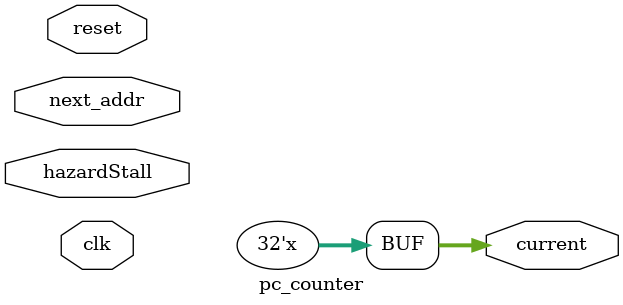
<source format=v>
/****************************************************************************
 * pcCounter.v
 ****************************************************************************/

/**
 * Module: pcCounter
 * 
 * TODO: Add module documentation
 */
module pc_counter(
		input clk,
		input reset,
		input [31:0] next_addr,
		output reg [31:0] current,
		input hazardStall);
	
	reg [31:0] internalReg;
	/*
	always @(posedge clk) begin
		begin
				current = internalReg; 		
				internalReg = current;
			end
		end
		
	 always @(negedge clk) begin
	   begin 
				internalReg = next_addr;	       
	   end
  end
	 */    
			
			
		always @(next_addr or reset or hazardStall or clk) begin	
		if (hazardStall == 1)
			begin 
				internalReg = current;
			end
		else if (reset == 1) 
			begin
				internalReg = 32'h00003000;
			  
			end 
		else if (clk == 1) begin
		    current = internalReg;
		  end
		else if (clk == 0) begin
		    internalReg = next_addr;
		end
		end
		
endmodule



</source>
